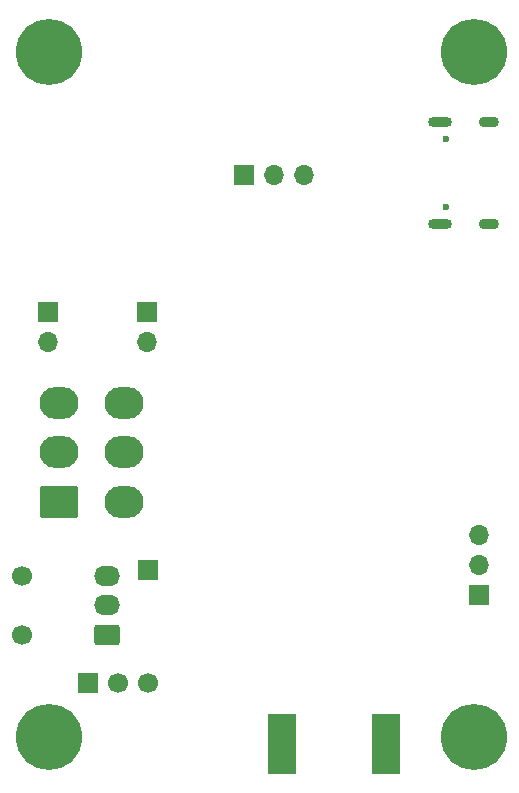
<source format=gbr>
%TF.GenerationSoftware,KiCad,Pcbnew,9.0.1*%
%TF.CreationDate,2025-04-23T16:25:48+03:00*%
%TF.ProjectId,Ricardo-Hermes,52696361-7264-46f2-9d48-65726d65732e,rev?*%
%TF.SameCoordinates,Original*%
%TF.FileFunction,Soldermask,Bot*%
%TF.FilePolarity,Negative*%
%FSLAX46Y46*%
G04 Gerber Fmt 4.6, Leading zero omitted, Abs format (unit mm)*
G04 Created by KiCad (PCBNEW 9.0.1) date 2025-04-23 16:25:48*
%MOMM*%
%LPD*%
G01*
G04 APERTURE LIST*
G04 Aperture macros list*
%AMRoundRect*
0 Rectangle with rounded corners*
0 $1 Rounding radius*
0 $2 $3 $4 $5 $6 $7 $8 $9 X,Y pos of 4 corners*
0 Add a 4 corners polygon primitive as box body*
4,1,4,$2,$3,$4,$5,$6,$7,$8,$9,$2,$3,0*
0 Add four circle primitives for the rounded corners*
1,1,$1+$1,$2,$3*
1,1,$1+$1,$4,$5*
1,1,$1+$1,$6,$7*
1,1,$1+$1,$8,$9*
0 Add four rect primitives between the rounded corners*
20,1,$1+$1,$2,$3,$4,$5,0*
20,1,$1+$1,$4,$5,$6,$7,0*
20,1,$1+$1,$6,$7,$8,$9,0*
20,1,$1+$1,$8,$9,$2,$3,0*%
G04 Aperture macros list end*
%ADD10RoundRect,0.250001X1.399999X-1.099999X1.399999X1.099999X-1.399999X1.099999X-1.399999X-1.099999X0*%
%ADD11O,3.300000X2.700000*%
%ADD12R,1.700000X1.700000*%
%ADD13O,1.700000X1.700000*%
%ADD14C,0.600000*%
%ADD15O,2.000000X0.900000*%
%ADD16O,1.700000X0.900000*%
%ADD17R,2.420000X5.080000*%
%ADD18C,1.700000*%
%ADD19C,5.600000*%
%ADD20RoundRect,0.250000X0.850000X0.600000X-0.850000X0.600000X-0.850000X-0.600000X0.850000X-0.600000X0*%
%ADD21O,2.200000X1.700000*%
G04 APERTURE END LIST*
D10*
%TO.C,J1*%
X122568000Y-112697000D03*
D11*
X122568000Y-108497000D03*
X122568000Y-104297000D03*
X128068000Y-112697000D03*
X128068000Y-108497000D03*
X128068000Y-104297000D03*
%TD*%
D12*
%TO.C,POWER_UART1*%
X130095800Y-118504600D03*
%TD*%
%TO.C,J4*%
X138223800Y-85052800D03*
D13*
X140763800Y-85052800D03*
X143303800Y-85052800D03*
%TD*%
D14*
%TO.C,J2*%
X155304400Y-87739600D03*
X155304400Y-81959600D03*
D15*
X154824400Y-89169600D03*
D16*
X158994400Y-89169600D03*
D15*
X154824400Y-80529600D03*
D16*
X158994400Y-80529600D03*
%TD*%
D17*
%TO.C,ANT_SMA1*%
X141434400Y-133208400D03*
X150194400Y-133208400D03*
%TD*%
D12*
%TO.C,UART2*%
X125015800Y-128029600D03*
D18*
X127555800Y-128029600D03*
X130095800Y-128029600D03*
%TD*%
D19*
%TO.C,H3*%
X121705000Y-132590000D03*
%TD*%
D12*
%TO.C,J3*%
X158086600Y-120597800D03*
D13*
X158086600Y-118057800D03*
X158086600Y-115517800D03*
%TD*%
D18*
%TO.C,UART1*%
X119453200Y-123951000D03*
X119453200Y-118951000D03*
D20*
X126633200Y-123951000D03*
D21*
X126633200Y-121451000D03*
X126633200Y-118951000D03*
%TD*%
D19*
%TO.C,H1*%
X121705000Y-74589600D03*
%TD*%
%TO.C,H4*%
X157705400Y-132590000D03*
%TD*%
D12*
%TO.C,ENJUMPER1*%
X121612200Y-96635200D03*
D13*
X121612200Y-99175200D03*
%TD*%
D12*
%TO.C,BOOTJUMPER1*%
X129994200Y-96584400D03*
D13*
X129994200Y-99124400D03*
%TD*%
D19*
%TO.C,H2*%
X157705400Y-74589600D03*
%TD*%
M02*

</source>
